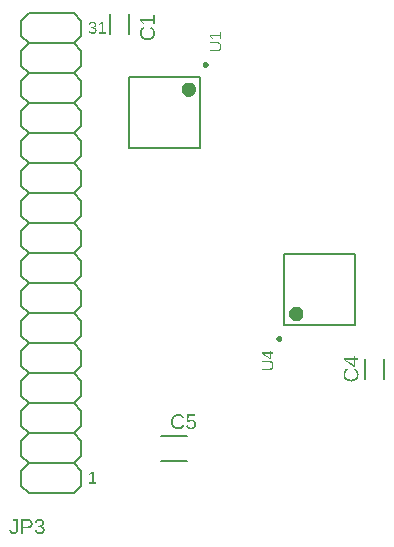
<source format=gbr>
G04 EAGLE Gerber RS-274X export*
G75*
%MOMM*%
%FSLAX34Y34*%
%LPD*%
%INSilkscreen Top*%
%IPPOS*%
%AMOC8*
5,1,8,0,0,1.08239X$1,22.5*%
G01*
G04 Define Apertures*
%ADD10C,0.150000*%
%ADD11C,0.250000*%
%ADD12C,0.600000*%
%ADD13C,0.127000*%
%ADD14C,0.152400*%
G36*
X124277Y24072D02*
X121875Y24072D01*
X121875Y32868D01*
X120712Y32868D01*
X118380Y31264D01*
X118380Y30074D01*
X120607Y31664D01*
X120607Y24072D01*
X118093Y24072D01*
X118093Y23000D01*
X124277Y23000D01*
X124277Y24072D01*
G37*
G36*
X121390Y403872D02*
X121758Y403907D01*
X122103Y403965D01*
X122424Y404047D01*
X122723Y404153D01*
X122998Y404281D01*
X123250Y404434D01*
X123479Y404609D01*
X123682Y404806D01*
X123858Y405023D01*
X124008Y405258D01*
X124130Y405513D01*
X124225Y405787D01*
X124293Y406080D01*
X124333Y406393D01*
X124347Y406724D01*
X124337Y406956D01*
X124308Y407177D01*
X124260Y407388D01*
X124193Y407589D01*
X124106Y407781D01*
X124000Y407962D01*
X123875Y408132D01*
X123731Y408293D01*
X123569Y408441D01*
X123392Y408573D01*
X123199Y408690D01*
X122992Y408791D01*
X122769Y408876D01*
X122530Y408945D01*
X122277Y408998D01*
X122008Y409036D01*
X122008Y409064D01*
X122252Y409122D01*
X122482Y409193D01*
X122697Y409275D01*
X122896Y409369D01*
X123081Y409475D01*
X123251Y409594D01*
X123405Y409724D01*
X123545Y409866D01*
X123669Y410019D01*
X123776Y410184D01*
X123867Y410359D01*
X123942Y410546D01*
X123999Y410744D01*
X124041Y410952D01*
X124066Y411172D01*
X124074Y411403D01*
X124061Y411703D01*
X124022Y411985D01*
X123958Y412251D01*
X123868Y412500D01*
X123752Y412732D01*
X123611Y412947D01*
X123444Y413145D01*
X123251Y413326D01*
X123035Y413487D01*
X122798Y413627D01*
X122541Y413746D01*
X122262Y413843D01*
X121964Y413918D01*
X121644Y413972D01*
X121304Y414005D01*
X120943Y414015D01*
X120611Y414005D01*
X120295Y413973D01*
X119994Y413920D01*
X119708Y413846D01*
X119438Y413750D01*
X119183Y413633D01*
X118943Y413495D01*
X118719Y413336D01*
X118515Y413158D01*
X118332Y412963D01*
X118173Y412752D01*
X118036Y412524D01*
X117921Y412279D01*
X117830Y412018D01*
X117761Y411740D01*
X117714Y411445D01*
X118982Y411347D01*
X119010Y411536D01*
X119051Y411714D01*
X119106Y411881D01*
X119174Y412037D01*
X119255Y412182D01*
X119350Y412316D01*
X119459Y412439D01*
X119581Y412552D01*
X119715Y412652D01*
X119858Y412739D01*
X120012Y412812D01*
X120175Y412872D01*
X120349Y412919D01*
X120532Y412952D01*
X120726Y412972D01*
X120929Y412979D01*
X121151Y412972D01*
X121360Y412950D01*
X121554Y412914D01*
X121734Y412864D01*
X121900Y412800D01*
X122051Y412721D01*
X122189Y412628D01*
X122312Y412520D01*
X122422Y412400D01*
X122516Y412270D01*
X122596Y412129D01*
X122662Y411978D01*
X122713Y411817D01*
X122749Y411645D01*
X122771Y411463D01*
X122778Y411270D01*
X122769Y411076D01*
X122742Y410892D01*
X122698Y410720D01*
X122635Y410558D01*
X122555Y410407D01*
X122457Y410267D01*
X122341Y410138D01*
X122207Y410020D01*
X122057Y409914D01*
X121893Y409822D01*
X121714Y409744D01*
X121520Y409681D01*
X121312Y409632D01*
X121089Y409596D01*
X120852Y409575D01*
X120600Y409568D01*
X119914Y409568D01*
X119914Y408475D01*
X120628Y408475D01*
X120912Y408468D01*
X121178Y408447D01*
X121428Y408412D01*
X121660Y408362D01*
X121875Y408299D01*
X122073Y408221D01*
X122254Y408130D01*
X122417Y408024D01*
X122563Y407905D01*
X122689Y407776D01*
X122795Y407635D01*
X122882Y407484D01*
X122950Y407321D01*
X122999Y407147D01*
X123028Y406962D01*
X123037Y406766D01*
X123029Y406542D01*
X123003Y406333D01*
X122961Y406137D01*
X122902Y405956D01*
X122825Y405789D01*
X122732Y405636D01*
X122622Y405497D01*
X122494Y405373D01*
X122352Y405263D01*
X122197Y405167D01*
X122030Y405087D01*
X121849Y405021D01*
X121656Y404969D01*
X121450Y404933D01*
X121231Y404911D01*
X120999Y404903D01*
X120768Y404910D01*
X120550Y404931D01*
X120345Y404965D01*
X120153Y405013D01*
X119974Y405074D01*
X119807Y405150D01*
X119653Y405239D01*
X119513Y405341D01*
X119385Y405457D01*
X119270Y405587D01*
X119167Y405731D01*
X119078Y405888D01*
X119001Y406059D01*
X118938Y406244D01*
X118887Y406442D01*
X118849Y406654D01*
X117546Y406535D01*
X117600Y406215D01*
X117676Y405914D01*
X117774Y405634D01*
X117896Y405374D01*
X118040Y405134D01*
X118206Y404914D01*
X118395Y404715D01*
X118607Y404536D01*
X118840Y404377D01*
X119092Y404240D01*
X119362Y404124D01*
X119652Y404029D01*
X119960Y403955D01*
X120288Y403902D01*
X120634Y403871D01*
X120999Y403860D01*
X121390Y403872D01*
G37*
G36*
X132246Y405072D02*
X129843Y405072D01*
X129843Y413868D01*
X128681Y413868D01*
X126348Y412264D01*
X126348Y411074D01*
X128576Y412664D01*
X128576Y405072D01*
X126061Y405072D01*
X126061Y404000D01*
X132246Y404000D01*
X132246Y405072D01*
G37*
G36*
X226750Y389042D02*
X227021Y389065D01*
X227283Y389103D01*
X227534Y389156D01*
X227776Y389225D01*
X228008Y389310D01*
X228229Y389409D01*
X228441Y389524D01*
X228642Y389652D01*
X228831Y389794D01*
X229007Y389947D01*
X229171Y390113D01*
X229322Y390292D01*
X229462Y390483D01*
X229589Y390687D01*
X229703Y390903D01*
X229805Y391130D01*
X229894Y391367D01*
X229968Y391613D01*
X230029Y391869D01*
X230077Y392134D01*
X230111Y392408D01*
X230131Y392692D01*
X230138Y392986D01*
X230131Y393291D01*
X230110Y393586D01*
X230074Y393871D01*
X230025Y394146D01*
X229962Y394410D01*
X229884Y394664D01*
X229792Y394908D01*
X229686Y395141D01*
X229567Y395363D01*
X229435Y395572D01*
X229291Y395769D01*
X229134Y395952D01*
X228964Y396122D01*
X228782Y396279D01*
X228587Y396424D01*
X228379Y396555D01*
X228160Y396672D01*
X227931Y396774D01*
X227692Y396860D01*
X227443Y396930D01*
X227184Y396985D01*
X226914Y397024D01*
X226634Y397047D01*
X226345Y397055D01*
X220282Y397055D01*
X220282Y395745D01*
X226269Y395745D01*
X226602Y395733D01*
X226914Y395699D01*
X227206Y395642D01*
X227477Y395563D01*
X227727Y395461D01*
X227957Y395336D01*
X228166Y395188D01*
X228355Y395017D01*
X228522Y394826D01*
X228667Y394617D01*
X228790Y394390D01*
X228890Y394144D01*
X228969Y393880D01*
X229024Y393598D01*
X229058Y393298D01*
X229069Y392979D01*
X229058Y392670D01*
X229026Y392379D01*
X228972Y392107D01*
X228897Y391853D01*
X228800Y391619D01*
X228681Y391403D01*
X228541Y391206D01*
X228379Y391027D01*
X228197Y390869D01*
X227994Y390732D01*
X227772Y390615D01*
X227529Y390520D01*
X227267Y390446D01*
X226984Y390394D01*
X226681Y390362D01*
X226358Y390351D01*
X220282Y390351D01*
X220282Y389034D01*
X226469Y389034D01*
X226750Y389042D01*
G37*
G36*
X230000Y405298D02*
X228945Y405298D01*
X228945Y402932D01*
X220282Y402932D01*
X220282Y401787D01*
X221862Y399491D01*
X223034Y399491D01*
X221468Y401684D01*
X228945Y401684D01*
X228945Y399208D01*
X230000Y399208D01*
X230000Y405298D01*
G37*
G36*
X167957Y398457D02*
X168425Y398491D01*
X168876Y398547D01*
X169311Y398625D01*
X169729Y398725D01*
X170131Y398848D01*
X170516Y398993D01*
X170884Y399160D01*
X171234Y399349D01*
X171563Y399558D01*
X171871Y399787D01*
X172159Y400036D01*
X172425Y400306D01*
X172671Y400595D01*
X172896Y400906D01*
X173100Y401236D01*
X173282Y401584D01*
X173439Y401948D01*
X173572Y402328D01*
X173681Y402724D01*
X173766Y403135D01*
X173827Y403562D01*
X173863Y404005D01*
X173875Y404463D01*
X173862Y404912D01*
X173823Y405347D01*
X173758Y405768D01*
X173667Y406175D01*
X173550Y406568D01*
X173407Y406947D01*
X173238Y407313D01*
X173043Y407665D01*
X172823Y408000D01*
X172579Y408316D01*
X172312Y408612D01*
X172021Y408890D01*
X171705Y409148D01*
X171366Y409387D01*
X171004Y409606D01*
X170617Y409806D01*
X169934Y408440D01*
X170245Y408272D01*
X170535Y408093D01*
X170806Y407905D01*
X171057Y407707D01*
X171287Y407498D01*
X171498Y407280D01*
X171688Y407051D01*
X171859Y406813D01*
X172009Y406564D01*
X172139Y406306D01*
X172249Y406037D01*
X172340Y405758D01*
X172410Y405469D01*
X172460Y405170D01*
X172490Y404861D01*
X172500Y404542D01*
X172479Y404050D01*
X172414Y403583D01*
X172306Y403142D01*
X172155Y402728D01*
X171961Y402340D01*
X171724Y401978D01*
X171444Y401642D01*
X171121Y401332D01*
X170762Y401054D01*
X170375Y400813D01*
X169961Y400609D01*
X169519Y400442D01*
X169049Y400312D01*
X168551Y400220D01*
X168026Y400164D01*
X167473Y400145D01*
X166914Y400163D01*
X166386Y400217D01*
X165889Y400306D01*
X165422Y400430D01*
X164986Y400590D01*
X164580Y400786D01*
X164205Y401017D01*
X163860Y401284D01*
X163551Y401583D01*
X163283Y401910D01*
X163057Y402266D01*
X162871Y402650D01*
X162727Y403063D01*
X162624Y403504D01*
X162562Y403974D01*
X162542Y404472D01*
X162551Y404793D01*
X162577Y405103D01*
X162622Y405401D01*
X162684Y405689D01*
X162764Y405965D01*
X162862Y406230D01*
X162978Y406484D01*
X163111Y406727D01*
X163261Y406957D01*
X163427Y407170D01*
X163609Y407367D01*
X163807Y407548D01*
X164021Y407712D01*
X164251Y407860D01*
X164496Y407992D01*
X164758Y408107D01*
X164232Y409692D01*
X163865Y409526D01*
X163521Y409338D01*
X163200Y409127D01*
X162903Y408895D01*
X162629Y408641D01*
X162378Y408365D01*
X162150Y408068D01*
X161946Y407748D01*
X161765Y407407D01*
X161609Y407046D01*
X161476Y406665D01*
X161368Y406263D01*
X161284Y405842D01*
X161223Y405399D01*
X161187Y404937D01*
X161175Y404455D01*
X161182Y404107D01*
X161201Y403769D01*
X161234Y403440D01*
X161280Y403121D01*
X161339Y402812D01*
X161411Y402512D01*
X161496Y402222D01*
X161594Y401941D01*
X161705Y401670D01*
X161829Y401408D01*
X161966Y401156D01*
X162116Y400914D01*
X162456Y400458D01*
X162848Y400040D01*
X163286Y399667D01*
X163765Y399343D01*
X164283Y399069D01*
X164557Y398951D01*
X164841Y398845D01*
X165135Y398751D01*
X165439Y398670D01*
X165753Y398602D01*
X166077Y398546D01*
X166411Y398502D01*
X166755Y398471D01*
X167109Y398453D01*
X167473Y398446D01*
X167957Y398457D01*
G37*
G36*
X173700Y419573D02*
X172360Y419573D01*
X172360Y416569D01*
X161359Y416569D01*
X161359Y415115D01*
X163365Y412198D01*
X164854Y412198D01*
X162866Y414984D01*
X172360Y414984D01*
X172360Y411839D01*
X173700Y411839D01*
X173700Y419573D01*
G37*
G36*
X271800Y133091D02*
X274000Y133091D01*
X274000Y134264D01*
X271800Y134264D01*
X271800Y135629D01*
X270821Y135629D01*
X270821Y134264D01*
X264282Y134264D01*
X264282Y132960D01*
X270834Y128512D01*
X271800Y128512D01*
X271800Y133091D01*
G37*
%LPC*%
G36*
X270683Y129767D02*
X270172Y130139D01*
X266503Y132629D01*
X266048Y132898D01*
X265682Y133091D01*
X270821Y133091D01*
X270821Y129657D01*
X270683Y129767D01*
G37*
%LPD*%
G36*
X270750Y119097D02*
X271021Y119120D01*
X271283Y119159D01*
X271534Y119212D01*
X271776Y119281D01*
X272008Y119365D01*
X272229Y119465D01*
X272441Y119579D01*
X272642Y119708D01*
X272831Y119849D01*
X273007Y120003D01*
X273171Y120169D01*
X273322Y120348D01*
X273462Y120539D01*
X273589Y120743D01*
X273703Y120959D01*
X273805Y121186D01*
X273894Y121423D01*
X273968Y121669D01*
X274029Y121924D01*
X274077Y122189D01*
X274111Y122464D01*
X274131Y122748D01*
X274138Y123042D01*
X274131Y123347D01*
X274110Y123642D01*
X274074Y123927D01*
X274025Y124201D01*
X273962Y124466D01*
X273884Y124720D01*
X273792Y124963D01*
X273686Y125197D01*
X273567Y125419D01*
X273435Y125628D01*
X273291Y125824D01*
X273134Y126007D01*
X272964Y126178D01*
X272782Y126335D01*
X272587Y126479D01*
X272379Y126611D01*
X272160Y126728D01*
X271931Y126830D01*
X271692Y126916D01*
X271443Y126986D01*
X271184Y127041D01*
X270914Y127080D01*
X270634Y127103D01*
X270345Y127111D01*
X264282Y127111D01*
X264282Y125800D01*
X270269Y125800D01*
X270602Y125789D01*
X270914Y125755D01*
X271206Y125698D01*
X271477Y125619D01*
X271727Y125516D01*
X271957Y125391D01*
X272166Y125243D01*
X272355Y125073D01*
X272522Y124882D01*
X272667Y124673D01*
X272790Y124445D01*
X272890Y124200D01*
X272969Y123936D01*
X273024Y123654D01*
X273058Y123353D01*
X273069Y123035D01*
X273058Y122725D01*
X273026Y122434D01*
X272972Y122162D01*
X272897Y121909D01*
X272800Y121674D01*
X272681Y121458D01*
X272541Y121261D01*
X272379Y121083D01*
X272197Y120925D01*
X271994Y120787D01*
X271772Y120671D01*
X271529Y120576D01*
X271267Y120502D01*
X270984Y120449D01*
X270681Y120418D01*
X270358Y120407D01*
X264282Y120407D01*
X264282Y119090D01*
X270469Y119090D01*
X270750Y119097D01*
G37*
G36*
X343206Y127700D02*
X346000Y127700D01*
X346000Y129189D01*
X343206Y129189D01*
X343206Y130923D01*
X341962Y130923D01*
X341962Y129189D01*
X333659Y129189D01*
X333659Y127534D01*
X341980Y121885D01*
X343206Y121885D01*
X343206Y127700D01*
G37*
%LPC*%
G36*
X341787Y123479D02*
X341139Y123952D01*
X336479Y127113D01*
X335901Y127455D01*
X335437Y127700D01*
X341962Y127700D01*
X341962Y123338D01*
X341787Y123479D01*
G37*
%LPD*%
G36*
X340257Y109457D02*
X340725Y109491D01*
X341176Y109547D01*
X341611Y109625D01*
X342029Y109725D01*
X342431Y109848D01*
X342816Y109993D01*
X343184Y110160D01*
X343534Y110349D01*
X343863Y110558D01*
X344171Y110787D01*
X344459Y111036D01*
X344725Y111306D01*
X344971Y111595D01*
X345196Y111906D01*
X345400Y112236D01*
X345582Y112584D01*
X345739Y112948D01*
X345872Y113328D01*
X345981Y113724D01*
X346066Y114135D01*
X346127Y114562D01*
X346163Y115005D01*
X346175Y115463D01*
X346162Y115912D01*
X346123Y116347D01*
X346058Y116768D01*
X345967Y117175D01*
X345850Y117568D01*
X345707Y117947D01*
X345538Y118313D01*
X345343Y118665D01*
X345123Y119000D01*
X344879Y119316D01*
X344612Y119612D01*
X344321Y119890D01*
X344005Y120148D01*
X343666Y120387D01*
X343304Y120606D01*
X342917Y120806D01*
X342234Y119440D01*
X342545Y119272D01*
X342835Y119093D01*
X343106Y118905D01*
X343357Y118707D01*
X343587Y118498D01*
X343798Y118280D01*
X343988Y118051D01*
X344159Y117813D01*
X344309Y117564D01*
X344439Y117306D01*
X344549Y117037D01*
X344640Y116758D01*
X344710Y116469D01*
X344760Y116170D01*
X344790Y115861D01*
X344800Y115542D01*
X344779Y115050D01*
X344714Y114583D01*
X344606Y114142D01*
X344455Y113728D01*
X344261Y113340D01*
X344024Y112978D01*
X343744Y112642D01*
X343421Y112332D01*
X343062Y112054D01*
X342675Y111813D01*
X342261Y111609D01*
X341819Y111442D01*
X341349Y111312D01*
X340851Y111220D01*
X340326Y111164D01*
X339773Y111145D01*
X339214Y111163D01*
X338686Y111217D01*
X338189Y111306D01*
X337722Y111430D01*
X337286Y111590D01*
X336880Y111786D01*
X336505Y112017D01*
X336160Y112284D01*
X335851Y112583D01*
X335583Y112910D01*
X335357Y113266D01*
X335171Y113650D01*
X335027Y114063D01*
X334924Y114504D01*
X334862Y114974D01*
X334842Y115472D01*
X334851Y115793D01*
X334877Y116103D01*
X334922Y116401D01*
X334984Y116689D01*
X335064Y116965D01*
X335162Y117230D01*
X335278Y117484D01*
X335411Y117727D01*
X335561Y117957D01*
X335727Y118170D01*
X335909Y118367D01*
X336107Y118548D01*
X336321Y118712D01*
X336551Y118860D01*
X336796Y118992D01*
X337058Y119107D01*
X336532Y120692D01*
X336165Y120526D01*
X335821Y120338D01*
X335500Y120127D01*
X335203Y119895D01*
X334929Y119641D01*
X334678Y119365D01*
X334450Y119068D01*
X334246Y118748D01*
X334065Y118407D01*
X333909Y118046D01*
X333776Y117665D01*
X333668Y117263D01*
X333584Y116842D01*
X333523Y116399D01*
X333487Y115937D01*
X333475Y115455D01*
X333482Y115107D01*
X333501Y114769D01*
X333534Y114440D01*
X333580Y114121D01*
X333639Y113812D01*
X333711Y113512D01*
X333796Y113222D01*
X333894Y112941D01*
X334005Y112670D01*
X334129Y112408D01*
X334266Y112156D01*
X334416Y111914D01*
X334756Y111458D01*
X335148Y111040D01*
X335586Y110667D01*
X336065Y110343D01*
X336583Y110069D01*
X336857Y109951D01*
X337141Y109845D01*
X337435Y109751D01*
X337739Y109670D01*
X338053Y109602D01*
X338377Y109546D01*
X338711Y109502D01*
X339055Y109471D01*
X339409Y109453D01*
X339773Y109446D01*
X340257Y109457D01*
G37*
G36*
X193912Y69138D02*
X194347Y69177D01*
X194768Y69242D01*
X195175Y69333D01*
X195568Y69450D01*
X195947Y69593D01*
X196313Y69762D01*
X196665Y69957D01*
X197000Y70177D01*
X197316Y70421D01*
X197612Y70688D01*
X197890Y70979D01*
X198148Y71295D01*
X198387Y71634D01*
X198606Y71996D01*
X198806Y72383D01*
X197440Y73066D01*
X197272Y72755D01*
X197093Y72465D01*
X196905Y72194D01*
X196707Y71943D01*
X196498Y71713D01*
X196280Y71502D01*
X196051Y71312D01*
X195813Y71141D01*
X195564Y70991D01*
X195306Y70861D01*
X195037Y70751D01*
X194758Y70660D01*
X194469Y70590D01*
X194170Y70540D01*
X193861Y70510D01*
X193542Y70500D01*
X193050Y70521D01*
X192583Y70586D01*
X192142Y70694D01*
X191728Y70845D01*
X191340Y71039D01*
X190978Y71276D01*
X190642Y71556D01*
X190332Y71879D01*
X190054Y72238D01*
X189813Y72625D01*
X189609Y73039D01*
X189442Y73481D01*
X189312Y73951D01*
X189220Y74449D01*
X189164Y74974D01*
X189145Y75527D01*
X189163Y76086D01*
X189217Y76614D01*
X189306Y77111D01*
X189430Y77578D01*
X189590Y78014D01*
X189786Y78420D01*
X190017Y78795D01*
X190284Y79140D01*
X190583Y79449D01*
X190910Y79717D01*
X191266Y79943D01*
X191650Y80129D01*
X192063Y80273D01*
X192504Y80376D01*
X192974Y80438D01*
X193472Y80458D01*
X193793Y80449D01*
X194103Y80423D01*
X194401Y80378D01*
X194689Y80316D01*
X194965Y80236D01*
X195230Y80138D01*
X195484Y80023D01*
X195727Y79889D01*
X195957Y79739D01*
X196170Y79573D01*
X196367Y79391D01*
X196548Y79193D01*
X196712Y78979D01*
X196860Y78749D01*
X196992Y78504D01*
X197107Y78242D01*
X198692Y78768D01*
X198526Y79135D01*
X198338Y79479D01*
X198127Y79800D01*
X197895Y80097D01*
X197641Y80371D01*
X197365Y80622D01*
X197068Y80850D01*
X196748Y81054D01*
X196407Y81235D01*
X196046Y81391D01*
X195665Y81524D01*
X195263Y81632D01*
X194842Y81716D01*
X194399Y81777D01*
X193937Y81813D01*
X193455Y81825D01*
X193107Y81818D01*
X192769Y81799D01*
X192440Y81766D01*
X192121Y81720D01*
X191812Y81661D01*
X191512Y81589D01*
X191222Y81505D01*
X190941Y81406D01*
X190670Y81295D01*
X190408Y81171D01*
X190156Y81034D01*
X189914Y80884D01*
X189458Y80544D01*
X189040Y80152D01*
X188667Y79714D01*
X188343Y79235D01*
X188069Y78717D01*
X187951Y78443D01*
X187845Y78159D01*
X187751Y77865D01*
X187670Y77561D01*
X187602Y77247D01*
X187546Y76923D01*
X187502Y76589D01*
X187471Y76245D01*
X187453Y75891D01*
X187446Y75527D01*
X187457Y75043D01*
X187491Y74575D01*
X187547Y74124D01*
X187625Y73689D01*
X187725Y73271D01*
X187848Y72869D01*
X187993Y72484D01*
X188160Y72116D01*
X188349Y71766D01*
X188558Y71437D01*
X188787Y71129D01*
X189036Y70842D01*
X189306Y70575D01*
X189595Y70329D01*
X189906Y70104D01*
X190236Y69900D01*
X190584Y69718D01*
X190948Y69561D01*
X191328Y69428D01*
X191724Y69319D01*
X192135Y69234D01*
X192562Y69173D01*
X193005Y69137D01*
X193463Y69125D01*
X193912Y69138D01*
G37*
G36*
X204817Y69142D02*
X205289Y69195D01*
X205734Y69283D01*
X206150Y69405D01*
X206539Y69563D01*
X206899Y69755D01*
X207231Y69983D01*
X207535Y70246D01*
X207807Y70539D01*
X208043Y70858D01*
X208242Y71204D01*
X208406Y71575D01*
X208532Y71972D01*
X208623Y72396D01*
X208678Y72845D01*
X208696Y73320D01*
X208679Y73739D01*
X208628Y74138D01*
X208544Y74517D01*
X208425Y74875D01*
X208273Y75213D01*
X208087Y75531D01*
X207867Y75828D01*
X207614Y76105D01*
X207332Y76356D01*
X207027Y76573D01*
X206699Y76757D01*
X206347Y76907D01*
X205973Y77024D01*
X205575Y77107D01*
X205154Y77157D01*
X204711Y77174D01*
X204337Y77162D01*
X203980Y77125D01*
X203638Y77063D01*
X203311Y76977D01*
X203001Y76866D01*
X202705Y76731D01*
X202426Y76570D01*
X202162Y76386D01*
X202398Y80301D01*
X207977Y80301D01*
X207977Y81641D01*
X200962Y81641D01*
X200550Y75002D01*
X202092Y75002D01*
X202368Y75225D01*
X202643Y75413D01*
X202919Y75567D01*
X203195Y75685D01*
X203477Y75773D01*
X203769Y75836D01*
X204072Y75874D01*
X204386Y75886D01*
X204685Y75875D01*
X204968Y75842D01*
X205235Y75785D01*
X205487Y75707D01*
X205722Y75606D01*
X205942Y75482D01*
X206147Y75337D01*
X206335Y75168D01*
X206505Y74982D01*
X206651Y74781D01*
X206776Y74567D01*
X206877Y74338D01*
X206956Y74096D01*
X207013Y73840D01*
X207047Y73569D01*
X207058Y73285D01*
X207047Y72959D01*
X207013Y72651D01*
X206957Y72361D01*
X206878Y72089D01*
X206777Y71834D01*
X206654Y71598D01*
X206508Y71379D01*
X206340Y71179D01*
X206151Y70999D01*
X205946Y70843D01*
X205723Y70712D01*
X205483Y70604D01*
X205226Y70520D01*
X204952Y70460D01*
X204660Y70424D01*
X204351Y70412D01*
X204099Y70419D01*
X203859Y70441D01*
X203631Y70477D01*
X203416Y70527D01*
X203213Y70591D01*
X203022Y70670D01*
X202843Y70763D01*
X202676Y70870D01*
X202522Y70992D01*
X202380Y71127D01*
X202250Y71278D01*
X202133Y71442D01*
X202027Y71621D01*
X201934Y71814D01*
X201854Y72021D01*
X201785Y72243D01*
X200191Y72059D01*
X200273Y71713D01*
X200380Y71387D01*
X200511Y71083D01*
X200666Y70800D01*
X200846Y70538D01*
X201050Y70297D01*
X201278Y70077D01*
X201531Y69878D01*
X201807Y69702D01*
X202103Y69549D01*
X202420Y69419D01*
X202757Y69313D01*
X203116Y69231D01*
X203495Y69172D01*
X203895Y69137D01*
X204316Y69125D01*
X204817Y69142D01*
G37*
G36*
X62405Y-14642D02*
X66031Y-14642D01*
X66509Y-14625D01*
X66961Y-14577D01*
X67387Y-14496D01*
X67788Y-14383D01*
X68163Y-14238D01*
X68513Y-14060D01*
X68837Y-13850D01*
X69136Y-13608D01*
X69404Y-13338D01*
X69636Y-13046D01*
X69832Y-12732D01*
X69993Y-12395D01*
X70118Y-12036D01*
X70207Y-11654D01*
X70261Y-11250D01*
X70279Y-10823D01*
X70261Y-10393D01*
X70208Y-9988D01*
X70119Y-9608D01*
X69994Y-9253D01*
X69834Y-8923D01*
X69638Y-8617D01*
X69407Y-8337D01*
X69140Y-8081D01*
X68841Y-7854D01*
X68512Y-7656D01*
X68154Y-7489D01*
X67767Y-7352D01*
X67351Y-7246D01*
X66905Y-7170D01*
X66430Y-7124D01*
X65926Y-7109D01*
X60732Y-7109D01*
X60732Y-19450D01*
X62405Y-19450D01*
X62405Y-14642D01*
G37*
%LPC*%
G36*
X62405Y-13319D02*
X62405Y-8449D01*
X65724Y-8449D01*
X66072Y-8459D01*
X66398Y-8487D01*
X66701Y-8533D01*
X66981Y-8599D01*
X67239Y-8683D01*
X67475Y-8786D01*
X67688Y-8907D01*
X67879Y-9047D01*
X68047Y-9206D01*
X68193Y-9383D01*
X68317Y-9579D01*
X68418Y-9794D01*
X68496Y-10028D01*
X68552Y-10280D01*
X68586Y-10551D01*
X68597Y-10840D01*
X68586Y-11141D01*
X68553Y-11421D01*
X68499Y-11683D01*
X68422Y-11925D01*
X68323Y-12147D01*
X68203Y-12351D01*
X68061Y-12535D01*
X67896Y-12699D01*
X67710Y-12845D01*
X67502Y-12970D01*
X67272Y-13077D01*
X67021Y-13164D01*
X66747Y-13232D01*
X66451Y-13280D01*
X66134Y-13309D01*
X65794Y-13319D01*
X62405Y-13319D01*
G37*
%LPD*%
G36*
X76688Y-19611D02*
X77148Y-19567D01*
X77579Y-19493D01*
X77982Y-19391D01*
X78355Y-19259D01*
X78699Y-19098D01*
X79014Y-18908D01*
X79300Y-18688D01*
X79554Y-18442D01*
X79775Y-18171D01*
X79962Y-17877D01*
X80114Y-17558D01*
X80233Y-17216D01*
X80318Y-16849D01*
X80369Y-16458D01*
X80386Y-16043D01*
X80374Y-15754D01*
X80338Y-15477D01*
X80277Y-15213D01*
X80193Y-14961D01*
X80085Y-14722D01*
X79952Y-14496D01*
X79796Y-14282D01*
X79615Y-14081D01*
X79413Y-13896D01*
X79191Y-13731D01*
X78951Y-13585D01*
X78691Y-13459D01*
X78412Y-13353D01*
X78114Y-13266D01*
X77797Y-13200D01*
X77460Y-13153D01*
X77460Y-13118D01*
X77766Y-13044D01*
X78054Y-12956D01*
X78322Y-12853D01*
X78572Y-12736D01*
X78803Y-12603D01*
X79015Y-12455D01*
X79208Y-12292D01*
X79383Y-12115D01*
X79538Y-11923D01*
X79672Y-11717D01*
X79786Y-11497D01*
X79879Y-11264D01*
X79951Y-11017D01*
X80003Y-10756D01*
X80034Y-10481D01*
X80044Y-10192D01*
X80028Y-9817D01*
X79980Y-9464D01*
X79899Y-9132D01*
X79787Y-8820D01*
X79642Y-8531D01*
X79465Y-8262D01*
X79256Y-8014D01*
X79015Y-7788D01*
X78745Y-7586D01*
X78449Y-7411D01*
X78127Y-7262D01*
X77779Y-7141D01*
X77405Y-7047D01*
X77006Y-6979D01*
X76580Y-6939D01*
X76129Y-6925D01*
X75714Y-6939D01*
X75318Y-6978D01*
X74942Y-7045D01*
X74584Y-7138D01*
X74246Y-7257D01*
X73928Y-7403D01*
X73628Y-7576D01*
X73348Y-7775D01*
X73092Y-7998D01*
X72864Y-8241D01*
X72665Y-8506D01*
X72493Y-8791D01*
X72350Y-9097D01*
X72236Y-9424D01*
X72149Y-9771D01*
X72091Y-10140D01*
X73677Y-10262D01*
X73711Y-10026D01*
X73763Y-9804D01*
X73831Y-9595D01*
X73916Y-9400D01*
X74019Y-9218D01*
X74137Y-9050D01*
X74273Y-8896D01*
X74426Y-8756D01*
X74593Y-8631D01*
X74772Y-8522D01*
X74964Y-8430D01*
X75169Y-8355D01*
X75386Y-8297D01*
X75615Y-8255D01*
X75857Y-8230D01*
X76112Y-8222D01*
X76390Y-8231D01*
X76650Y-8257D01*
X76893Y-8302D01*
X77118Y-8365D01*
X77325Y-8446D01*
X77515Y-8544D01*
X77687Y-8661D01*
X77841Y-8795D01*
X77978Y-8945D01*
X78096Y-9108D01*
X78196Y-9284D01*
X78278Y-9473D01*
X78342Y-9675D01*
X78387Y-9890D01*
X78415Y-10118D01*
X78424Y-10359D01*
X78413Y-10602D01*
X78379Y-10831D01*
X78323Y-11047D01*
X78245Y-11249D01*
X78145Y-11437D01*
X78022Y-11613D01*
X77877Y-11774D01*
X77710Y-11922D01*
X77522Y-12054D01*
X77317Y-12169D01*
X77093Y-12266D01*
X76851Y-12346D01*
X76590Y-12408D01*
X76312Y-12452D01*
X76015Y-12478D01*
X75700Y-12487D01*
X74842Y-12487D01*
X74842Y-13853D01*
X75735Y-13853D01*
X76090Y-13862D01*
X76423Y-13889D01*
X76735Y-13933D01*
X77026Y-13995D01*
X77295Y-14074D01*
X77542Y-14171D01*
X77768Y-14286D01*
X77973Y-14418D01*
X78154Y-14566D01*
X78312Y-14728D01*
X78445Y-14904D01*
X78554Y-15094D01*
X78639Y-15297D01*
X78699Y-15514D01*
X78736Y-15746D01*
X78748Y-15990D01*
X78737Y-16271D01*
X78706Y-16533D01*
X78652Y-16777D01*
X78578Y-17004D01*
X78483Y-17213D01*
X78366Y-17404D01*
X78228Y-17578D01*
X78069Y-17733D01*
X77891Y-17871D01*
X77698Y-17990D01*
X77488Y-18091D01*
X77262Y-18173D01*
X77021Y-18238D01*
X76763Y-18284D01*
X76489Y-18311D01*
X76199Y-18320D01*
X75911Y-18312D01*
X75638Y-18286D01*
X75381Y-18243D01*
X75141Y-18183D01*
X74917Y-18106D01*
X74708Y-18012D01*
X74516Y-17901D01*
X74340Y-17773D01*
X74180Y-17627D01*
X74036Y-17465D01*
X73908Y-17285D01*
X73797Y-17089D01*
X73701Y-16875D01*
X73621Y-16644D01*
X73558Y-16396D01*
X73510Y-16131D01*
X71881Y-16279D01*
X71948Y-16681D01*
X72043Y-17056D01*
X72166Y-17407D01*
X72318Y-17732D01*
X72498Y-18032D01*
X72706Y-18307D01*
X72943Y-18556D01*
X73208Y-18780D01*
X73499Y-18978D01*
X73814Y-19150D01*
X74152Y-19295D01*
X74514Y-19414D01*
X74900Y-19506D01*
X75309Y-19572D01*
X75742Y-19612D01*
X76199Y-19625D01*
X76688Y-19611D01*
G37*
G36*
X54706Y-19609D02*
X55095Y-19561D01*
X55461Y-19480D01*
X55805Y-19368D01*
X56127Y-19223D01*
X56426Y-19046D01*
X56703Y-18837D01*
X56957Y-18596D01*
X57185Y-18327D01*
X57382Y-18034D01*
X57549Y-17716D01*
X57686Y-17375D01*
X57793Y-17010D01*
X57869Y-16621D01*
X57914Y-16208D01*
X57929Y-15771D01*
X57929Y-7109D01*
X53892Y-7109D01*
X53892Y-8476D01*
X56265Y-8476D01*
X56265Y-15806D01*
X56257Y-16100D01*
X56232Y-16374D01*
X56191Y-16631D01*
X56134Y-16870D01*
X56060Y-17090D01*
X55970Y-17292D01*
X55863Y-17476D01*
X55740Y-17641D01*
X55602Y-17788D01*
X55453Y-17915D01*
X55291Y-18023D01*
X55118Y-18111D01*
X54932Y-18180D01*
X54735Y-18228D01*
X54525Y-18258D01*
X54303Y-18268D01*
X54100Y-18259D01*
X53905Y-18232D01*
X53719Y-18188D01*
X53541Y-18125D01*
X53373Y-18045D01*
X53213Y-17947D01*
X53062Y-17832D01*
X52919Y-17698D01*
X52788Y-17549D01*
X52668Y-17386D01*
X52561Y-17209D01*
X52466Y-17017D01*
X52384Y-16812D01*
X52313Y-16593D01*
X52256Y-16360D01*
X52210Y-16113D01*
X50572Y-16385D01*
X50655Y-16777D01*
X50759Y-17144D01*
X50882Y-17486D01*
X51025Y-17802D01*
X51188Y-18093D01*
X51371Y-18359D01*
X51573Y-18600D01*
X51796Y-18815D01*
X52039Y-19005D01*
X52301Y-19169D01*
X52584Y-19309D01*
X52886Y-19423D01*
X53208Y-19511D01*
X53550Y-19575D01*
X53912Y-19613D01*
X54294Y-19625D01*
X54706Y-19609D01*
G37*
D10*
X152000Y367000D02*
X212000Y367000D01*
X212000Y307000D02*
X152000Y307000D01*
X212000Y307000D02*
X212000Y367000D01*
X152000Y367000D02*
X152000Y307000D01*
D11*
X215000Y378000D02*
X215002Y378070D01*
X215008Y378140D01*
X215018Y378209D01*
X215031Y378278D01*
X215049Y378346D01*
X215070Y378413D01*
X215095Y378478D01*
X215124Y378542D01*
X215156Y378605D01*
X215192Y378665D01*
X215231Y378723D01*
X215273Y378779D01*
X215318Y378833D01*
X215366Y378884D01*
X215417Y378932D01*
X215471Y378977D01*
X215527Y379019D01*
X215585Y379058D01*
X215645Y379094D01*
X215708Y379126D01*
X215772Y379155D01*
X215837Y379180D01*
X215904Y379201D01*
X215972Y379219D01*
X216041Y379232D01*
X216110Y379242D01*
X216180Y379248D01*
X216250Y379250D01*
X216320Y379248D01*
X216390Y379242D01*
X216459Y379232D01*
X216528Y379219D01*
X216596Y379201D01*
X216663Y379180D01*
X216728Y379155D01*
X216792Y379126D01*
X216855Y379094D01*
X216915Y379058D01*
X216973Y379019D01*
X217029Y378977D01*
X217083Y378932D01*
X217134Y378884D01*
X217182Y378833D01*
X217227Y378779D01*
X217269Y378723D01*
X217308Y378665D01*
X217344Y378605D01*
X217376Y378542D01*
X217405Y378478D01*
X217430Y378413D01*
X217451Y378346D01*
X217469Y378278D01*
X217482Y378209D01*
X217492Y378140D01*
X217498Y378070D01*
X217500Y378000D01*
X217498Y377930D01*
X217492Y377860D01*
X217482Y377791D01*
X217469Y377722D01*
X217451Y377654D01*
X217430Y377587D01*
X217405Y377522D01*
X217376Y377458D01*
X217344Y377395D01*
X217308Y377335D01*
X217269Y377277D01*
X217227Y377221D01*
X217182Y377167D01*
X217134Y377116D01*
X217083Y377068D01*
X217029Y377023D01*
X216973Y376981D01*
X216915Y376942D01*
X216855Y376906D01*
X216792Y376874D01*
X216728Y376845D01*
X216663Y376820D01*
X216596Y376799D01*
X216528Y376781D01*
X216459Y376768D01*
X216390Y376758D01*
X216320Y376752D01*
X216250Y376750D01*
X216180Y376752D01*
X216110Y376758D01*
X216041Y376768D01*
X215972Y376781D01*
X215904Y376799D01*
X215837Y376820D01*
X215772Y376845D01*
X215708Y376874D01*
X215645Y376906D01*
X215585Y376942D01*
X215527Y376981D01*
X215471Y377023D01*
X215417Y377068D01*
X215366Y377116D01*
X215318Y377167D01*
X215273Y377221D01*
X215231Y377277D01*
X215192Y377335D01*
X215156Y377395D01*
X215124Y377458D01*
X215095Y377522D01*
X215070Y377587D01*
X215049Y377654D01*
X215031Y377722D01*
X215018Y377791D01*
X215008Y377860D01*
X215002Y377930D01*
X215000Y378000D01*
D12*
X199000Y357000D02*
X199002Y357109D01*
X199008Y357218D01*
X199018Y357326D01*
X199032Y357434D01*
X199049Y357542D01*
X199071Y357649D01*
X199096Y357755D01*
X199126Y357859D01*
X199159Y357963D01*
X199196Y358066D01*
X199236Y358167D01*
X199280Y358266D01*
X199328Y358364D01*
X199380Y358461D01*
X199434Y358555D01*
X199492Y358647D01*
X199554Y358737D01*
X199619Y358824D01*
X199686Y358910D01*
X199757Y358993D01*
X199831Y359073D01*
X199908Y359150D01*
X199987Y359225D01*
X200069Y359296D01*
X200154Y359365D01*
X200241Y359430D01*
X200330Y359493D01*
X200422Y359551D01*
X200516Y359607D01*
X200611Y359659D01*
X200709Y359708D01*
X200808Y359753D01*
X200909Y359795D01*
X201011Y359832D01*
X201114Y359866D01*
X201219Y359897D01*
X201325Y359923D01*
X201431Y359946D01*
X201539Y359964D01*
X201647Y359979D01*
X201755Y359990D01*
X201864Y359997D01*
X201973Y360000D01*
X202082Y359999D01*
X202191Y359994D01*
X202299Y359985D01*
X202407Y359972D01*
X202515Y359955D01*
X202622Y359935D01*
X202728Y359910D01*
X202833Y359882D01*
X202937Y359850D01*
X203040Y359814D01*
X203142Y359774D01*
X203242Y359731D01*
X203340Y359684D01*
X203437Y359634D01*
X203531Y359580D01*
X203624Y359522D01*
X203715Y359462D01*
X203803Y359398D01*
X203889Y359331D01*
X203972Y359261D01*
X204053Y359188D01*
X204131Y359112D01*
X204206Y359033D01*
X204279Y358951D01*
X204348Y358867D01*
X204414Y358781D01*
X204477Y358692D01*
X204537Y358601D01*
X204594Y358508D01*
X204647Y358413D01*
X204696Y358316D01*
X204742Y358217D01*
X204784Y358117D01*
X204823Y358015D01*
X204858Y357911D01*
X204889Y357807D01*
X204917Y357702D01*
X204940Y357595D01*
X204960Y357488D01*
X204976Y357380D01*
X204988Y357272D01*
X204996Y357163D01*
X205000Y357054D01*
X205000Y356946D01*
X204996Y356837D01*
X204988Y356728D01*
X204976Y356620D01*
X204960Y356512D01*
X204940Y356405D01*
X204917Y356298D01*
X204889Y356193D01*
X204858Y356089D01*
X204823Y355985D01*
X204784Y355883D01*
X204742Y355783D01*
X204696Y355684D01*
X204647Y355587D01*
X204594Y355492D01*
X204537Y355399D01*
X204477Y355308D01*
X204414Y355219D01*
X204348Y355133D01*
X204279Y355049D01*
X204206Y354967D01*
X204131Y354888D01*
X204053Y354812D01*
X203972Y354739D01*
X203889Y354669D01*
X203803Y354602D01*
X203715Y354538D01*
X203624Y354478D01*
X203531Y354420D01*
X203437Y354366D01*
X203340Y354316D01*
X203242Y354269D01*
X203142Y354226D01*
X203040Y354186D01*
X202937Y354150D01*
X202833Y354118D01*
X202728Y354090D01*
X202622Y354065D01*
X202515Y354045D01*
X202407Y354028D01*
X202299Y354015D01*
X202191Y354006D01*
X202082Y354001D01*
X201973Y354000D01*
X201864Y354003D01*
X201755Y354010D01*
X201647Y354021D01*
X201539Y354036D01*
X201431Y354054D01*
X201325Y354077D01*
X201219Y354103D01*
X201114Y354134D01*
X201011Y354168D01*
X200909Y354205D01*
X200808Y354247D01*
X200709Y354292D01*
X200611Y354341D01*
X200516Y354393D01*
X200422Y354449D01*
X200330Y354507D01*
X200241Y354570D01*
X200154Y354635D01*
X200069Y354704D01*
X199987Y354775D01*
X199908Y354850D01*
X199831Y354927D01*
X199757Y355007D01*
X199686Y355090D01*
X199619Y355176D01*
X199554Y355263D01*
X199492Y355353D01*
X199434Y355445D01*
X199380Y355539D01*
X199328Y355636D01*
X199280Y355734D01*
X199236Y355833D01*
X199196Y355934D01*
X199159Y356037D01*
X199126Y356141D01*
X199096Y356245D01*
X199071Y356351D01*
X199049Y356458D01*
X199032Y356566D01*
X199018Y356674D01*
X199008Y356782D01*
X199002Y356891D01*
X199000Y357000D01*
D13*
X151991Y403250D02*
X151991Y420750D01*
X136009Y420750D02*
X136009Y403250D01*
D10*
X283000Y157000D02*
X343000Y157000D01*
X343000Y217000D02*
X283000Y217000D01*
X283000Y157000D01*
X343000Y157000D02*
X343000Y217000D01*
D11*
X277500Y146000D02*
X277502Y146070D01*
X277508Y146140D01*
X277518Y146209D01*
X277531Y146278D01*
X277549Y146346D01*
X277570Y146413D01*
X277595Y146478D01*
X277624Y146542D01*
X277656Y146605D01*
X277692Y146665D01*
X277731Y146723D01*
X277773Y146779D01*
X277818Y146833D01*
X277866Y146884D01*
X277917Y146932D01*
X277971Y146977D01*
X278027Y147019D01*
X278085Y147058D01*
X278145Y147094D01*
X278208Y147126D01*
X278272Y147155D01*
X278337Y147180D01*
X278404Y147201D01*
X278472Y147219D01*
X278541Y147232D01*
X278610Y147242D01*
X278680Y147248D01*
X278750Y147250D01*
X278820Y147248D01*
X278890Y147242D01*
X278959Y147232D01*
X279028Y147219D01*
X279096Y147201D01*
X279163Y147180D01*
X279228Y147155D01*
X279292Y147126D01*
X279355Y147094D01*
X279415Y147058D01*
X279473Y147019D01*
X279529Y146977D01*
X279583Y146932D01*
X279634Y146884D01*
X279682Y146833D01*
X279727Y146779D01*
X279769Y146723D01*
X279808Y146665D01*
X279844Y146605D01*
X279876Y146542D01*
X279905Y146478D01*
X279930Y146413D01*
X279951Y146346D01*
X279969Y146278D01*
X279982Y146209D01*
X279992Y146140D01*
X279998Y146070D01*
X280000Y146000D01*
X279998Y145930D01*
X279992Y145860D01*
X279982Y145791D01*
X279969Y145722D01*
X279951Y145654D01*
X279930Y145587D01*
X279905Y145522D01*
X279876Y145458D01*
X279844Y145395D01*
X279808Y145335D01*
X279769Y145277D01*
X279727Y145221D01*
X279682Y145167D01*
X279634Y145116D01*
X279583Y145068D01*
X279529Y145023D01*
X279473Y144981D01*
X279415Y144942D01*
X279355Y144906D01*
X279292Y144874D01*
X279228Y144845D01*
X279163Y144820D01*
X279096Y144799D01*
X279028Y144781D01*
X278959Y144768D01*
X278890Y144758D01*
X278820Y144752D01*
X278750Y144750D01*
X278680Y144752D01*
X278610Y144758D01*
X278541Y144768D01*
X278472Y144781D01*
X278404Y144799D01*
X278337Y144820D01*
X278272Y144845D01*
X278208Y144874D01*
X278145Y144906D01*
X278085Y144942D01*
X278027Y144981D01*
X277971Y145023D01*
X277917Y145068D01*
X277866Y145116D01*
X277818Y145167D01*
X277773Y145221D01*
X277731Y145277D01*
X277692Y145335D01*
X277656Y145395D01*
X277624Y145458D01*
X277595Y145522D01*
X277570Y145587D01*
X277549Y145654D01*
X277531Y145722D01*
X277518Y145791D01*
X277508Y145860D01*
X277502Y145930D01*
X277500Y146000D01*
D12*
X290000Y167000D02*
X290002Y167109D01*
X290008Y167218D01*
X290018Y167326D01*
X290032Y167434D01*
X290049Y167542D01*
X290071Y167649D01*
X290096Y167755D01*
X290126Y167859D01*
X290159Y167963D01*
X290196Y168066D01*
X290236Y168167D01*
X290280Y168266D01*
X290328Y168364D01*
X290380Y168461D01*
X290434Y168555D01*
X290492Y168647D01*
X290554Y168737D01*
X290619Y168824D01*
X290686Y168910D01*
X290757Y168993D01*
X290831Y169073D01*
X290908Y169150D01*
X290987Y169225D01*
X291069Y169296D01*
X291154Y169365D01*
X291241Y169430D01*
X291330Y169493D01*
X291422Y169551D01*
X291516Y169607D01*
X291611Y169659D01*
X291709Y169708D01*
X291808Y169753D01*
X291909Y169795D01*
X292011Y169832D01*
X292114Y169866D01*
X292219Y169897D01*
X292325Y169923D01*
X292431Y169946D01*
X292539Y169964D01*
X292647Y169979D01*
X292755Y169990D01*
X292864Y169997D01*
X292973Y170000D01*
X293082Y169999D01*
X293191Y169994D01*
X293299Y169985D01*
X293407Y169972D01*
X293515Y169955D01*
X293622Y169935D01*
X293728Y169910D01*
X293833Y169882D01*
X293937Y169850D01*
X294040Y169814D01*
X294142Y169774D01*
X294242Y169731D01*
X294340Y169684D01*
X294437Y169634D01*
X294531Y169580D01*
X294624Y169522D01*
X294715Y169462D01*
X294803Y169398D01*
X294889Y169331D01*
X294972Y169261D01*
X295053Y169188D01*
X295131Y169112D01*
X295206Y169033D01*
X295279Y168951D01*
X295348Y168867D01*
X295414Y168781D01*
X295477Y168692D01*
X295537Y168601D01*
X295594Y168508D01*
X295647Y168413D01*
X295696Y168316D01*
X295742Y168217D01*
X295784Y168117D01*
X295823Y168015D01*
X295858Y167911D01*
X295889Y167807D01*
X295917Y167702D01*
X295940Y167595D01*
X295960Y167488D01*
X295976Y167380D01*
X295988Y167272D01*
X295996Y167163D01*
X296000Y167054D01*
X296000Y166946D01*
X295996Y166837D01*
X295988Y166728D01*
X295976Y166620D01*
X295960Y166512D01*
X295940Y166405D01*
X295917Y166298D01*
X295889Y166193D01*
X295858Y166089D01*
X295823Y165985D01*
X295784Y165883D01*
X295742Y165783D01*
X295696Y165684D01*
X295647Y165587D01*
X295594Y165492D01*
X295537Y165399D01*
X295477Y165308D01*
X295414Y165219D01*
X295348Y165133D01*
X295279Y165049D01*
X295206Y164967D01*
X295131Y164888D01*
X295053Y164812D01*
X294972Y164739D01*
X294889Y164669D01*
X294803Y164602D01*
X294715Y164538D01*
X294624Y164478D01*
X294531Y164420D01*
X294437Y164366D01*
X294340Y164316D01*
X294242Y164269D01*
X294142Y164226D01*
X294040Y164186D01*
X293937Y164150D01*
X293833Y164118D01*
X293728Y164090D01*
X293622Y164065D01*
X293515Y164045D01*
X293407Y164028D01*
X293299Y164015D01*
X293191Y164006D01*
X293082Y164001D01*
X292973Y164000D01*
X292864Y164003D01*
X292755Y164010D01*
X292647Y164021D01*
X292539Y164036D01*
X292431Y164054D01*
X292325Y164077D01*
X292219Y164103D01*
X292114Y164134D01*
X292011Y164168D01*
X291909Y164205D01*
X291808Y164247D01*
X291709Y164292D01*
X291611Y164341D01*
X291516Y164393D01*
X291422Y164449D01*
X291330Y164507D01*
X291241Y164570D01*
X291154Y164635D01*
X291069Y164704D01*
X290987Y164775D01*
X290908Y164850D01*
X290831Y164927D01*
X290757Y165007D01*
X290686Y165090D01*
X290619Y165176D01*
X290554Y165263D01*
X290492Y165353D01*
X290434Y165445D01*
X290380Y165539D01*
X290328Y165636D01*
X290280Y165734D01*
X290236Y165833D01*
X290196Y165934D01*
X290159Y166037D01*
X290126Y166141D01*
X290096Y166245D01*
X290071Y166351D01*
X290049Y166458D01*
X290032Y166566D01*
X290018Y166674D01*
X290008Y166782D01*
X290002Y166891D01*
X290000Y167000D01*
D13*
X352009Y128750D02*
X352009Y111250D01*
X367991Y111250D02*
X367991Y128750D01*
X201000Y42533D02*
X179000Y42533D01*
X179000Y63467D02*
X201000Y63467D01*
D14*
X111400Y21150D02*
X105050Y14800D01*
X111400Y21150D02*
X111400Y33850D01*
X105050Y40200D01*
X111400Y46550D01*
X111400Y59250D01*
X105050Y65600D01*
X111400Y71950D01*
X111400Y84650D01*
X105050Y91000D01*
X111400Y97350D01*
X111400Y110050D01*
X105050Y116400D01*
X111400Y122750D01*
X111400Y135450D01*
X105050Y141800D01*
X111400Y148150D01*
X111400Y160850D01*
X105050Y167200D01*
X105050Y14800D02*
X66950Y14800D01*
X60600Y21150D01*
X60600Y33850D01*
X66950Y40200D01*
X60600Y46550D01*
X60600Y59250D01*
X66950Y65600D01*
X60600Y71950D01*
X60600Y84650D01*
X66950Y91000D01*
X60600Y97350D01*
X60600Y110050D01*
X66950Y116400D01*
X60600Y122750D01*
X60600Y135450D01*
X66950Y141800D01*
X60600Y148150D01*
X60600Y160850D01*
X66950Y167200D01*
X60600Y173550D01*
X60600Y186250D01*
X66950Y192600D01*
X60600Y198950D01*
X60600Y211650D01*
X66950Y218000D01*
X60600Y224350D01*
X60600Y237050D01*
X66950Y243400D01*
X60600Y249750D01*
X60600Y262450D01*
X66950Y268800D01*
X60600Y275150D01*
X60600Y287850D01*
X66950Y294200D01*
X60600Y300550D01*
X60600Y313250D01*
X66950Y319600D01*
X60600Y325950D01*
X60600Y338650D01*
X66950Y345000D01*
X60600Y351350D01*
X60600Y364050D01*
X66950Y370400D01*
X60600Y376750D01*
X60600Y389450D01*
X66950Y395800D01*
X60600Y402150D01*
X60600Y414850D01*
X66950Y421200D01*
X105050Y421200D02*
X111400Y414850D01*
X111400Y402150D01*
X105050Y395800D01*
X111400Y389450D01*
X111400Y376750D01*
X105050Y370400D01*
X111400Y364050D01*
X111400Y351350D01*
X105050Y345000D01*
X111400Y338650D01*
X111400Y325950D01*
X105050Y319600D01*
X111400Y313250D01*
X111400Y300550D01*
X105050Y294200D01*
X111400Y287850D01*
X111400Y275150D01*
X105050Y268800D01*
X111400Y262450D01*
X111400Y249750D01*
X105050Y243400D01*
X111400Y237050D01*
X111400Y224350D01*
X105050Y218000D01*
X111400Y211650D01*
X111400Y198950D01*
X105050Y192600D01*
X111400Y186250D01*
X111400Y173550D01*
X105050Y167200D01*
X105050Y40200D02*
X66950Y40200D01*
X66950Y65600D02*
X105050Y65600D01*
X105050Y91000D02*
X66950Y91000D01*
X66950Y116400D02*
X105050Y116400D01*
X105050Y141800D02*
X66950Y141800D01*
X66950Y167200D02*
X105050Y167200D01*
X105050Y192600D02*
X66950Y192600D01*
X66950Y218000D02*
X105050Y218000D01*
X105050Y243400D02*
X66950Y243400D01*
X66950Y268800D02*
X105050Y268800D01*
X105050Y294200D02*
X66950Y294200D01*
X66950Y319600D02*
X105050Y319600D01*
X105050Y345000D02*
X66950Y345000D01*
X66950Y370400D02*
X105050Y370400D01*
X105050Y395800D02*
X66950Y395800D01*
X66950Y421200D02*
X105050Y421200D01*
M02*

</source>
